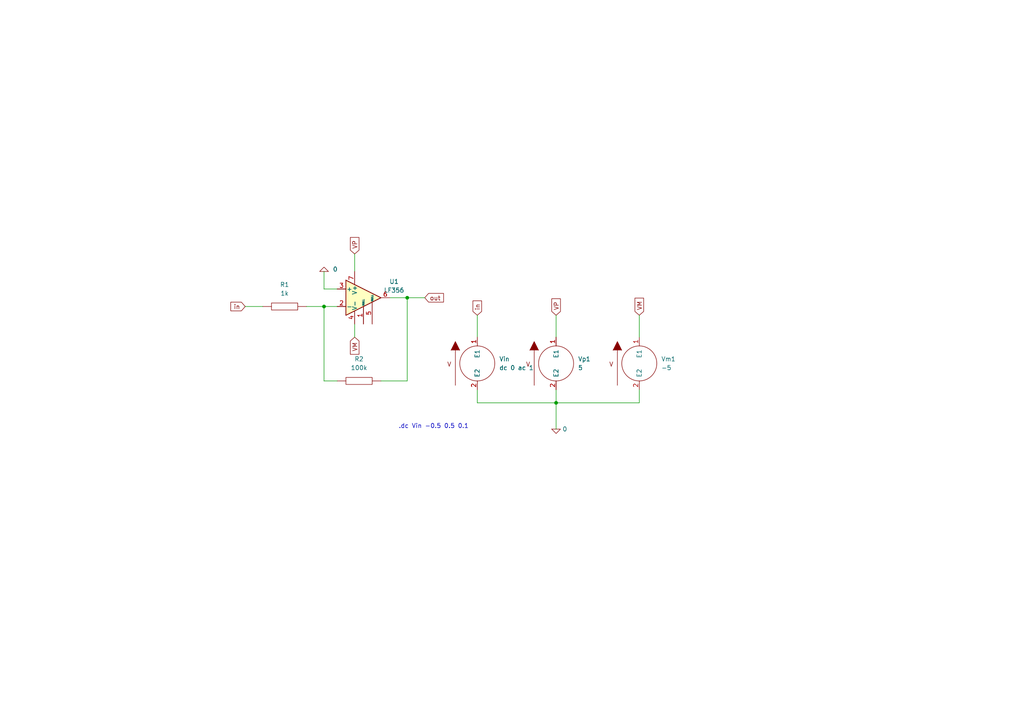
<source format=kicad_sch>
(kicad_sch (version 20211123) (generator eeschema)
  (paper "A4")
  (lib_symbols
    (symbol "Amplifier_Operational:LF356" (pin_names (offset 0.127))
      (property "Reference" "U" (at 0 6.35 0))
      (property "Value" "LF356" (at 0 3.81 0))
      (symbol "LF356_0_1"
        (polyline (pts (xy -5.08 5.08) (xy 5.08 0) (xy -5.08 -5.08) (xy -5.08 5.08)) (stroke (width 0.254)) (fill (type background)))
      )
      (symbol "LF356_1_1"
        (pin input line (at 0 -7.62 90) (length 5.08) (name "NULL") (number "1"))
        (pin input line (at -7.62 -2.54 0) (length 2.54) (name "-") (number "2"))
        (pin input line (at -7.62 2.54 0) (length 2.54) (name "+") (number "3"))
        (pin power_in line (at -2.54 -7.62 90) (length 3.81) (name "V-") (number "4"))
        (pin input line (at 2.54 -7.62 90) (length 6.35) (name "NULL") (number "5"))
        (pin output line (at 7.62 0 180) (length 2.54) (name "~") (number "6"))
        (pin power_in line (at -2.54 7.62 270) (length 3.81) (name "V+") (number "7"))
        (pin no_connect line (at 0 2.54 270) (length 2.54) hide (name "NC") (number "8"))
      )
    )
    (symbol "pspice:0" (power) (pin_names (offset 0))
      (property "Value" "0" (at 0 -1.778 0))
      (symbol "0_0_1"
        (polyline (pts (xy -1.27 0) (xy 0 -1.27) (xy 1.27 0) (xy -1.27 0)))
      )
      (symbol "0_1_1"
        (pin power_in line (at 0 0 0) (length 0) hide (name "0") (number "1"))
      )
    )
    (symbol "pspice:R" (pin_numbers hide) (pin_names (offset 0))
      (property "Reference" "R" (at 2.032 0 90))
      (property "Value" "R" (at 0 0 90))
      (symbol "R_0_1"
        (rectangle (start -1.016 3.81) (end 1.016 -3.81))
      )
      (symbol "R_1_1"
        (pin passive line (at 0 6.35 270) (length 2.54) (name "~") (number "1"))
        (pin passive line (at 0 -6.35 90) (length 2.54) (name "~") (number "2"))
      )
    )
    (symbol "pspice:VSOURCE" (pin_names (offset 1.016))
      (property "Reference" "V" (at -6.35 7.62 0))
      (property "Value" "VSOURCE" (at 0 0 0))
      (symbol "VSOURCE_0_1"
        (polyline (pts (xy -6.35 -6.35) (xy -6.35 3.81)) (fill (type outline)))
        (polyline (pts (xy -7.62 3.81) (xy -6.35 6.35) (xy -5.08 3.81)) (fill (type outline)))
        (circle (center 0 0) (radius 5.08))
        (text "V" (at -8.128 -0.254 0) (effects (font (size 1.27 1.27))))
      )
      (symbol "VSOURCE_1_1"
        (pin input line (at 0 7.62 270) (length 2.54) (name "E1") (number "1"))
        (pin input line (at 0 -7.62 90) (length 2.54) (name "E2") (number "2"))
      )
    )
  )
  (junction (at 161.29 116.84))
  (junction (at 93.98 88.9))
  (junction (at 118.11 86.36))
  (wire (pts (xy 138.43 91.44) (xy 138.43 97.79)))
  (wire (pts (xy 185.42 91.44) (xy 185.42 97.79)))
  (wire (pts (xy 161.29 113.03) (xy 161.29 116.84)))
  (wire (pts (xy 161.29 116.84) (xy 161.29 124.46)))
  (wire (pts (xy 97.79 110.49) (xy 93.98 110.49)))
  (wire (pts (xy 71.12 88.9) (xy 76.2 88.9)))
  (wire (pts (xy 113.03 86.36) (xy 118.11 86.36)))
  (wire (pts (xy 102.87 73.66) (xy 102.87 78.74)))
  (wire (pts (xy 118.11 86.36) (xy 123.19 86.36)))
  (wire (pts (xy 88.9 88.9) (xy 93.98 88.9)))
  (wire (pts (xy 93.98 88.9) (xy 97.79 88.9)))
  (wire (pts (xy 185.42 113.03) (xy 185.42 116.84)))
  (wire (pts (xy 185.42 116.84) (xy 161.29 116.84)))
  (wire (pts (xy 97.79 83.82) (xy 93.98 83.82)))
  (wire (pts (xy 93.98 110.49) (xy 93.98 88.9)))
  (wire (pts (xy 102.87 93.98) (xy 102.87 97.79)))
  (wire (pts (xy 118.11 110.49) (xy 118.11 86.36)))
  (wire (pts (xy 161.29 91.44) (xy 161.29 97.79)))
  (wire (pts (xy 138.43 116.84) (xy 161.29 116.84)))
  (wire (pts (xy 93.98 83.82) (xy 93.98 78.74)))
  (wire (pts (xy 138.43 113.03) (xy 138.43 116.84)))
  (wire (pts (xy 110.49 110.49) (xy 118.11 110.49)))
  (text ".dc Vin -0.5 0.5 0.1" (at 115.57 124.46 0) (effects (font (size 1.27 1.27)) (justify left bottom)))
  (global_label "VM" (shape input) (at 185.42 91.44 90) (property "Intersheet References" "${INTERSHEET_REFS}" (effects hide)))
  (global_label "in" (shape input) (at 71.12 88.9 180) (property "Intersheet References" "${INTERSHEET_REFS}" (effects hide)))
  (global_label "in" (shape input) (at 138.43 91.44 90) (property "Intersheet References" "${INTERSHEET_REFS}" (effects hide)))
  (global_label "VP" (shape input) (at 102.87 73.66 90) (property "Intersheet References" "${INTERSHEET_REFS}" (effects hide)))
  (global_label "VP" (shape input) (at 161.29 91.44 90) (property "Intersheet References" "${INTERSHEET_REFS}" (effects hide)))
  (global_label "VM" (shape input) (at 102.87 97.79 270) (property "Intersheet References" "${INTERSHEET_REFS}" (effects hide)))
  (global_label "out" (shape input) (at 123.19 86.36 0) (property "Intersheet References" "${INTERSHEET_REFS}" (effects hide)))
  (symbol (lib_id "pspice:VSOURCE") (at 138.43 105.41 0) (unit 1)
    (property "Reference" "Vin" (at 144.78 104.1399 0) (effects (justify left)))
    (property "Value" "dc 0 ac 1" (at 144.78 106.6799 0) (effects (justify left)))
  )
  (symbol (lib_id "pspice:R") (at 104.14 110.49 90) (unit 1)
    (property "Reference" "R2" (at 104.14 104.14 90))
    (property "Value" "100k" (at 104.14 106.68 90))
  )
  (symbol (lib_id "pspice:0") (at 161.29 124.46 0) (unit 1)
    (property "Reference" "#GND02" (effects hide))
    (property "Value" "0" (at 163.83 124.46 0))
  )
  (symbol (lib_id "pspice:R") (at 82.55 88.9 90) (unit 1)
    (property "Reference" "R1" (at 82.55 82.55 90))
    (property "Value" "1k" (at 82.55 85.09 90))
  )
  (symbol (lib_id "pspice:VSOURCE") (at 161.29 105.41 0) (unit 1)
    (property "Reference" "Vp1" (at 167.64 104.1399 0) (effects (justify left)))
    (property "Value" "5 " (at 167.64 106.6799 0) (effects (justify left)))
  )
  (symbol (lib_id "pspice:VSOURCE") (at 185.42 105.41 0) (unit 1)
    (property "Reference" "Vm1" (at 191.77 104.1399 0) (effects (justify left)))
    (property "Value" "-5 " (at 191.77 106.6799 0) (effects (justify left)))
  )
  (symbol (lib_id "Amplifier_Operational:LF356") (at 105.41 86.36 0) (unit 1)
    (property "Reference" "U1" (at 114.3 81.661 0))
    (property "Value" "LF356" (at 114.3 84.201 0))
    (property "Datasheet" "http://www.ti.com/lit/ds/symlink/lf357.pdf" (effects hide))
    (property "Spice_Primitive" "X" (effects hide))
    (property "Spice_Model" "LF356/NS" (effects hide))
    (property "Spice_Netlist_Enabled" "Y" (effects hide))
    (property "Spice_Lib_File" "D:\\Blogging\\KiCAD_simulations\\spice_files\\LF356.MOD" (effects hide))
    (property "Spice_Node_Sequence" "3 2 7 4 6 " (effects hide))
  )
  (symbol (lib_id "pspice:0") (at 93.98 78.74 180) (unit 1)
    (property "Reference" "#GND01" (effects hide))
    (property "Value" "0" (at 96.52 78.1049 0) (effects (justify right)))
  )
)
</source>
